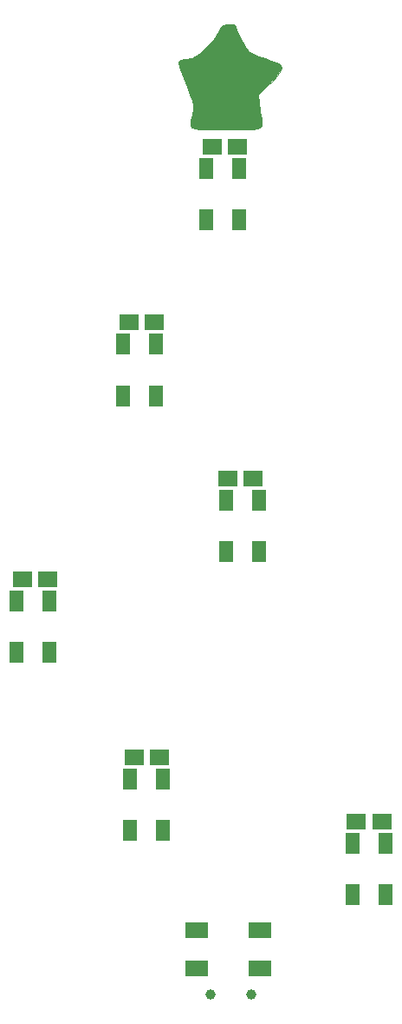
<source format=gbr>
G04 #@! TF.FileFunction,Soldermask,Top*
%FSLAX46Y46*%
G04 Gerber Fmt 4.6, Leading zero omitted, Abs format (unit mm)*
G04 Created by KiCad (PCBNEW 4.0.6+dfsg1-1) date Tue Jul 24 20:27:31 2018*
%MOMM*%
%LPD*%
G01*
G04 APERTURE LIST*
%ADD10C,0.100000*%
%ADD11C,0.010000*%
%ADD12C,1.000000*%
%ADD13R,2.200000X1.500000*%
%ADD14R,1.400000X2.000000*%
%ADD15C,3.100000*%
%ADD16R,1.900000X1.650000*%
G04 APERTURE END LIST*
D10*
D11*
G36*
X168922762Y-38414332D02*
X169108772Y-38559715D01*
X169110163Y-38576079D01*
X169202200Y-38949766D01*
X169434919Y-39490618D01*
X169749156Y-40086736D01*
X170085749Y-40626217D01*
X170385535Y-40997160D01*
X170394817Y-41005886D01*
X170794918Y-41264549D01*
X171396322Y-41528808D01*
X171989500Y-41719181D01*
X172601208Y-41895000D01*
X173092962Y-42063364D01*
X173356121Y-42186588D01*
X173575121Y-42495131D01*
X173521002Y-42895397D01*
X173183853Y-43408628D01*
X172553761Y-44056069D01*
X172431781Y-44167506D01*
X171292914Y-45195376D01*
X171402056Y-46026099D01*
X171493298Y-46687056D01*
X171589146Y-47332774D01*
X171616057Y-47502767D01*
X171665878Y-47885287D01*
X171647106Y-48172560D01*
X171519073Y-48378207D01*
X171241116Y-48515848D01*
X170772567Y-48599106D01*
X170072763Y-48641601D01*
X169101037Y-48656953D01*
X168164567Y-48658849D01*
X167007306Y-48653926D01*
X166148523Y-48636936D01*
X165543563Y-48604548D01*
X165147773Y-48553429D01*
X164916499Y-48480249D01*
X164824803Y-48409679D01*
X164716817Y-48173863D01*
X164720342Y-47798006D01*
X164828708Y-47219009D01*
X164932822Y-46670178D01*
X164942181Y-46238576D01*
X164843313Y-45775934D01*
X164644738Y-45194193D01*
X164357653Y-44446186D01*
X164034830Y-43663144D01*
X163831801Y-43202978D01*
X163569578Y-42537043D01*
X163523088Y-42106288D01*
X163701680Y-41871628D01*
X164114703Y-41793976D01*
X164168978Y-41793342D01*
X164845386Y-41642065D01*
X165583666Y-41225355D01*
X166318941Y-40596763D01*
X166986334Y-39809838D01*
X167426635Y-39104437D01*
X167693744Y-38652603D01*
X167939690Y-38433608D01*
X168279415Y-38365187D01*
X168464610Y-38361552D01*
X168922762Y-38414332D01*
X168922762Y-38414332D01*
G37*
X168922762Y-38414332D02*
X169108772Y-38559715D01*
X169110163Y-38576079D01*
X169202200Y-38949766D01*
X169434919Y-39490618D01*
X169749156Y-40086736D01*
X170085749Y-40626217D01*
X170385535Y-40997160D01*
X170394817Y-41005886D01*
X170794918Y-41264549D01*
X171396322Y-41528808D01*
X171989500Y-41719181D01*
X172601208Y-41895000D01*
X173092962Y-42063364D01*
X173356121Y-42186588D01*
X173575121Y-42495131D01*
X173521002Y-42895397D01*
X173183853Y-43408628D01*
X172553761Y-44056069D01*
X172431781Y-44167506D01*
X171292914Y-45195376D01*
X171402056Y-46026099D01*
X171493298Y-46687056D01*
X171589146Y-47332774D01*
X171616057Y-47502767D01*
X171665878Y-47885287D01*
X171647106Y-48172560D01*
X171519073Y-48378207D01*
X171241116Y-48515848D01*
X170772567Y-48599106D01*
X170072763Y-48641601D01*
X169101037Y-48656953D01*
X168164567Y-48658849D01*
X167007306Y-48653926D01*
X166148523Y-48636936D01*
X165543563Y-48604548D01*
X165147773Y-48553429D01*
X164916499Y-48480249D01*
X164824803Y-48409679D01*
X164716817Y-48173863D01*
X164720342Y-47798006D01*
X164828708Y-47219009D01*
X164932822Y-46670178D01*
X164942181Y-46238576D01*
X164843313Y-45775934D01*
X164644738Y-45194193D01*
X164357653Y-44446186D01*
X164034830Y-43663144D01*
X163831801Y-43202978D01*
X163569578Y-42537043D01*
X163523088Y-42106288D01*
X163701680Y-41871628D01*
X164114703Y-41793976D01*
X164168978Y-41793342D01*
X164845386Y-41642065D01*
X165583666Y-41225355D01*
X166318941Y-40596763D01*
X166986334Y-39809838D01*
X167426635Y-39104437D01*
X167693744Y-38652603D01*
X167939690Y-38433608D01*
X168279415Y-38365187D01*
X168464610Y-38361552D01*
X168922762Y-38414332D01*
D12*
X166656000Y-132950000D03*
X170656000Y-132950000D03*
D13*
X165302000Y-126674000D03*
X171502000Y-126674000D03*
X165302000Y-130374000D03*
X171502000Y-130374000D03*
D14*
X169450500Y-52427500D03*
X166250500Y-52427500D03*
X169450500Y-57427500D03*
X166250500Y-57427500D03*
X161322500Y-69572500D03*
X158122500Y-69572500D03*
X161322500Y-74572500D03*
X158122500Y-74572500D03*
X171355500Y-84749000D03*
X168155500Y-84749000D03*
X171355500Y-89749000D03*
X168155500Y-89749000D03*
X150908500Y-94591500D03*
X147708500Y-94591500D03*
X150908500Y-99591500D03*
X147708500Y-99591500D03*
X161957500Y-111927000D03*
X158757500Y-111927000D03*
X161957500Y-116927000D03*
X158757500Y-116927000D03*
X183738000Y-118213500D03*
X180538000Y-118213500D03*
X183738000Y-123213500D03*
X180538000Y-123213500D03*
D15*
X168148000Y-43688000D03*
D16*
X166791000Y-50292000D03*
X169291000Y-50292000D03*
X158663000Y-67437000D03*
X161163000Y-67437000D03*
X168315000Y-82677000D03*
X170815000Y-82677000D03*
X148249000Y-92456000D03*
X150749000Y-92456000D03*
X159171000Y-109855000D03*
X161671000Y-109855000D03*
X180888000Y-116078000D03*
X183388000Y-116078000D03*
M02*

</source>
